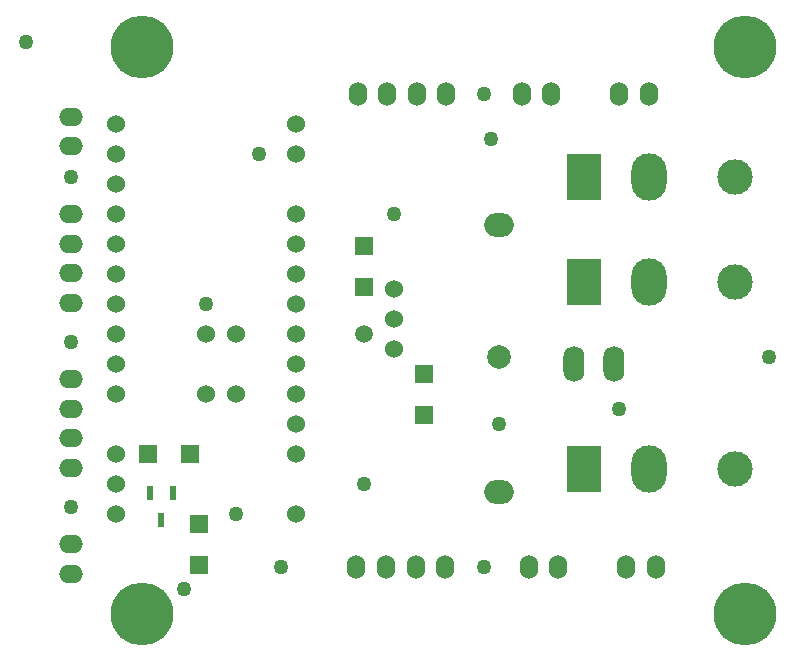
<source format=gbs>
G04 Layer_Color=16711935*
%FSLAX25Y25*%
%MOIN*%
G70*
G01*
G75*
%ADD10R,0.05906X0.05906*%
%ADD11R,0.05906X0.05906*%
%ADD16C,0.06000*%
%ADD17O,0.08000X0.06000*%
%ADD18O,0.09843X0.07874*%
%ADD19C,0.07874*%
%ADD20O,0.06000X0.08000*%
%ADD21C,0.11811*%
%ADD22O,0.11811X0.15748*%
%ADD23R,0.11811X0.15748*%
%ADD24O,0.07000X0.12000*%
%ADD25C,0.20945*%
%ADD26C,0.05000*%
%ADD27C,0.05906*%
%ADD28R,0.02362X0.04528*%
D10*
X53110Y65000D02*
D03*
X66890D02*
D03*
D11*
X145000Y91890D02*
D03*
Y78110D02*
D03*
X125000Y134390D02*
D03*
Y120610D02*
D03*
X70000Y41890D02*
D03*
Y28110D02*
D03*
D16*
X42500Y175000D02*
D03*
X102500D02*
D03*
Y165000D02*
D03*
X72500Y105000D02*
D03*
X82500D02*
D03*
Y85000D02*
D03*
X72500D02*
D03*
X102500Y145000D02*
D03*
Y135000D02*
D03*
Y125000D02*
D03*
Y115000D02*
D03*
Y105000D02*
D03*
Y95000D02*
D03*
Y85000D02*
D03*
Y75000D02*
D03*
Y65000D02*
D03*
Y45000D02*
D03*
X42500D02*
D03*
Y55000D02*
D03*
Y65000D02*
D03*
Y85000D02*
D03*
Y95000D02*
D03*
Y105000D02*
D03*
Y115000D02*
D03*
Y125000D02*
D03*
Y135000D02*
D03*
Y145000D02*
D03*
Y155000D02*
D03*
Y165000D02*
D03*
X135000Y100000D02*
D03*
Y110000D02*
D03*
Y120000D02*
D03*
D17*
X27500Y167657D02*
D03*
Y177500D02*
D03*
Y90000D02*
D03*
Y80158D02*
D03*
Y70315D02*
D03*
Y60472D02*
D03*
Y115472D02*
D03*
Y125315D02*
D03*
Y135158D02*
D03*
Y145000D02*
D03*
Y25157D02*
D03*
Y35000D02*
D03*
D18*
X170000Y141476D02*
D03*
Y52500D02*
D03*
D19*
Y97500D02*
D03*
D20*
X177657Y185000D02*
D03*
X187500D02*
D03*
X189842Y27500D02*
D03*
X180000D02*
D03*
X210157Y185000D02*
D03*
X220000D02*
D03*
X222342Y27500D02*
D03*
X212500D02*
D03*
X122500D02*
D03*
X132343D02*
D03*
X142185D02*
D03*
X152028D02*
D03*
X122972Y185000D02*
D03*
X132815D02*
D03*
X142657D02*
D03*
X152500D02*
D03*
D21*
X248740Y157500D02*
D03*
Y122500D02*
D03*
Y60000D02*
D03*
D22*
X220000Y157500D02*
D03*
Y122500D02*
D03*
Y60000D02*
D03*
D23*
X198346Y157500D02*
D03*
Y122500D02*
D03*
Y60000D02*
D03*
D24*
X195000Y95000D02*
D03*
X208386D02*
D03*
D25*
X251969Y200787D02*
D03*
X51181D02*
D03*
X51181Y11811D02*
D03*
X251969D02*
D03*
D26*
X210000Y80000D02*
D03*
X135000Y145000D02*
D03*
X82500Y45000D02*
D03*
X170000Y75000D02*
D03*
X125000Y55000D02*
D03*
X97500Y27500D02*
D03*
X90000Y165000D02*
D03*
X27500Y102500D02*
D03*
Y47500D02*
D03*
X165000Y27500D02*
D03*
Y185000D02*
D03*
X260000Y97500D02*
D03*
X65000Y20000D02*
D03*
X12500Y202500D02*
D03*
X167500Y170000D02*
D03*
X27500Y157500D02*
D03*
X72500Y115000D02*
D03*
D27*
X125000Y105000D02*
D03*
D28*
X53760Y51929D02*
D03*
X61240D02*
D03*
X57500Y43071D02*
D03*
M02*

</source>
